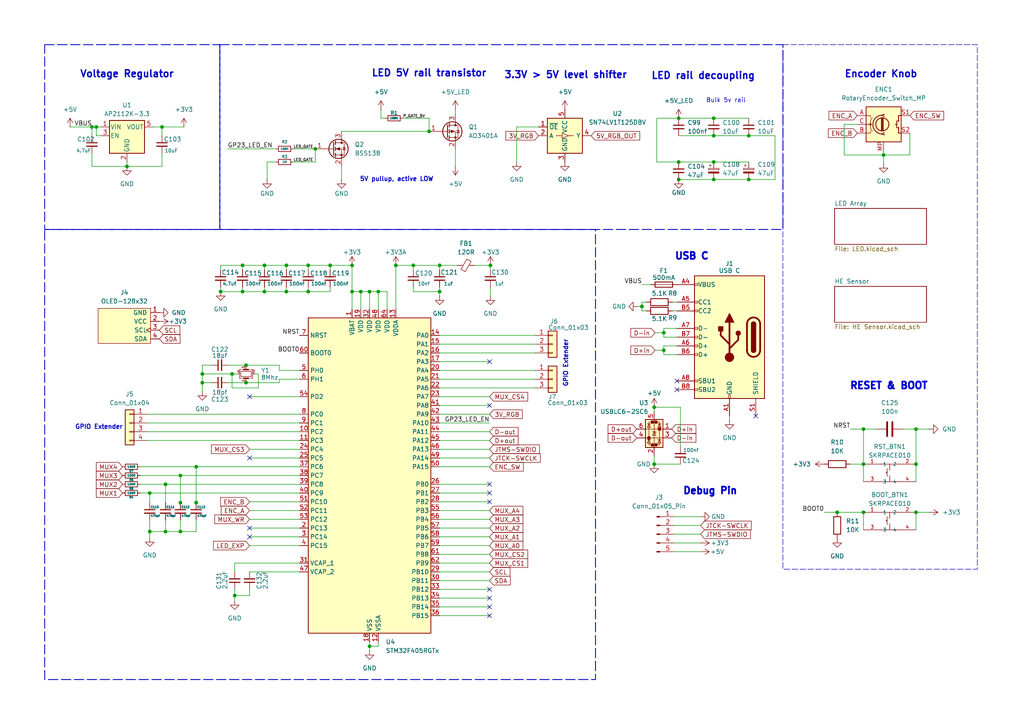
<source format=kicad_sch>
(kicad_sch (version 20250114) (generator "eeschema") (generator_version "9.0")
  (paper "A4")
  (title_block (title "MK98 Keyboard") (date "2026-01-03") (rev "0.1"))
  (rectangle (start 227.076 12.954) (end 283.464 165.1) (stroke (width 0) (type dash)))
  (rectangle (start 12.954 66.548) (end 172.72 197.104) (stroke (width 0.25) (type dash)))
  (rectangle (start 63.754 12.954) (end 227.076 66.548) (stroke (width 0.25) (type dash)))
  (rectangle (start 12.954 12.954) (end 63.754 66.548) (stroke (width 0.25) (type dash)))
  (text "GPIO Extender" (at 28.702 123.952 0) (effects (font (size 1.27 1.27) (thickness 0.254) (bold yes))))
  (text "GPIO Extender" (at 164.084 105.41 90) (effects (font (size 1.27 1.27) (thickness 0.254) (bold yes))))
  (text "LED 5V rail transistor" (at 124.46 21.336 0) (effects (font (size 2 2) (thickness 0.4) (bold yes))))
  (text "Encoder Knob" (at 255.524 21.59 0) (effects (font (size 2 2) (thickness 0.4) (bold yes))))
  (text "LED rail decoupling" (at 203.962 22.098 0) (effects (font (size 2 2) (thickness 0.4) (bold yes))))
  (text "Voltage Regulator" (at 36.83 21.59 0) (effects (font (size 2 2) (thickness 0.4) (bold yes))))
  (text "5V pullup, active LOW" (at 115.062 52.07 0) (effects (font (size 1.27 1.27) (thickness 0.254) (bold yes))))
  (text "Debug Pin" (at 205.994 142.494 0) (effects (font (size 2 2) (thickness 0.6) (bold yes))))
  (text "RESET & BOOT" (at 257.81 112.014 0) (effects (font (size 2 2) (thickness 0.5) (bold yes))))
  (text "Bulk 5v rail" (at 210.566 29.21 0) (effects (font (size 1.27 1.27))))
  (text "3.3V > 5V level shifter" (at 164.084 21.844 0) (effects (font (size 2 2) (thickness 0.4) (bold yes))))
  (text "USB C" (at 200.66 74.422 0) (effects (font (size 2 2) (thickness 0.6) (bold yes))))
  (junction (at 109.728 84.582))
  (junction (at 43.434 154.178))
  (junction (at 189.738 118.11))
  (junction (at 217.17 39.37))
  (junction (at 207.01 46.99))
  (junction (at 250.444 134.62))
  (junction (at 27.94 36.83))
  (junction (at 256.286 44.958))
  (junction (at 58.674 108.458))
  (junction (at 207.01 52.07))
  (junction (at 207.01 34.29))
  (junction (at 46.99 36.83))
  (junction (at 83.058 76.962))
  (junction (at 52.324 145.796))
  (junction (at 192.532 101.6))
  (junction (at 250.444 148.59))
  (junction (at 102.108 84.582))
  (junction (at 242.824 148.59))
  (junction (at 56.896 135.382))
  (junction (at 36.83 48.26))
  (junction (at 89.408 76.962))
  (junction (at 89.408 84.582))
  (junction (at 70.358 76.962))
  (junction (at 192.532 96.52))
  (junction (at 26.67 36.83))
  (junction (at 64.008 84.582))
  (junction (at 52.324 154.178))
  (junction (at 68.072 172.72))
  (junction (at 56.896 145.796))
  (junction (at 142.24 76.962))
  (junction (at 196.85 52.07))
  (junction (at 102.108 76.962))
  (junction (at 265.684 148.59))
  (junction (at 48.006 154.178))
  (junction (at 95.758 76.962))
  (junction (at 43.434 143.002))
  (junction (at 265.684 124.46))
  (junction (at 186.182 88.9))
  (junction (at 124.46 38.1))
  (junction (at 196.85 34.29))
  (junction (at 76.708 76.962))
  (junction (at 119.888 76.962))
  (junction (at 52.324 137.922))
  (junction (at 70.358 84.582))
  (junction (at 107.188 84.582))
  (junction (at 107.188 187.452))
  (junction (at 217.17 52.07))
  (junction (at 104.648 84.582))
  (junction (at 127.508 76.962))
  (junction (at 114.808 76.962))
  (junction (at 207.01 39.37))
  (junction (at 265.684 134.62))
  (junction (at 58.674 110.998))
  (junction (at 91.44 43.18))
  (junction (at 71.374 105.918))
  (junction (at 196.85 46.99))
  (junction (at 48.006 140.462))
  (junction (at 83.058 84.582))
  (junction (at 67.31 108.458))
  (junction (at 71.374 110.998))
  (junction (at 127.508 84.582))
  (junction (at 189.738 134.62))
  (junction (at 250.444 124.46))
  (junction (at 76.708 84.582))
  (no_connect (at 72.39 155.702))
  (no_connect (at 141.986 140.462))
  (no_connect (at 141.986 104.902))
  (no_connect (at 141.986 143.002))
  (no_connect (at 196.342 113.03))
  (no_connect (at 72.39 153.162))
  (no_connect (at 72.39 132.842))
  (no_connect (at 141.986 145.542))
  (no_connect (at 196.342 110.49))
  (no_connect (at 141.986 178.562))
  (no_connect (at 141.986 117.602))
  (no_connect (at 141.986 176.022))
  (no_connect (at 141.986 170.942))
  (no_connect (at 141.986 173.482))
  (no_connect (at 219.202 120.65))
  (no_connect (at 72.39 115.062))
  (wire (pts (xy 196.85 39.37) (xy 207.01 39.37)))
  (wire (pts (xy 89.408 83.312) (xy 89.408 84.582)))
  (wire (pts (xy 83.058 83.312) (xy 83.058 84.582)))
  (wire (pts (xy 119.888 76.962) (xy 119.888 78.232)))
  (wire (pts (xy 58.674 108.458) (xy 67.31 108.458)))
  (wire (pts (xy 127.508 170.942) (xy 141.986 170.942)))
  (wire (pts (xy 250.444 124.46) (xy 254.254 124.46)))
  (wire (pts (xy 189.738 132.08) (xy 189.738 134.62)))
  (wire (pts (xy 68.072 170.942) (xy 68.072 172.72)))
  (wire (pts (xy 127.508 153.162) (xy 141.986 153.162)))
  (wire (pts (xy 244.856 44.958) (xy 256.286 44.958)))
  (wire (pts (xy 26.67 44.45) (xy 26.67 48.26)))
  (wire (pts (xy 197.358 129.54) (xy 197.358 118.11)))
  (wire (pts (xy 58.674 110.998) (xy 61.214 110.998)))
  (wire (pts (xy 127.508 168.402) (xy 141.986 168.402)))
  (wire (pts (xy 46.99 44.45) (xy 46.99 48.26)))
  (wire (pts (xy 64.008 78.232) (xy 64.008 76.962)))
  (wire (pts (xy 58.674 108.458) (xy 58.674 110.998)))
  (wire (pts (xy 40.64 140.462) (xy 48.006 140.462)))
  (wire (pts (xy 42.672 125.222) (xy 86.868 125.222)))
  (wire (pts (xy 127.508 150.622) (xy 141.986 150.622)))
  (wire (pts (xy 119.888 84.582) (xy 119.888 83.312)))
  (wire (pts (xy 72.39 130.302) (xy 86.868 130.302)))
  (wire (pts (xy 187.452 87.63) (xy 186.182 87.63)))
  (wire (pts (xy 42.672 120.142) (xy 86.868 120.142)))
  (wire (pts (xy 192.532 101.6) (xy 192.532 100.33)))
  (wire (pts (xy 265.684 124.46) (xy 269.494 124.46)))
  (wire (pts (xy 246.634 124.46) (xy 250.444 124.46)))
  (wire (pts (xy 89.408 76.962) (xy 95.758 76.962)))
  (wire (pts (xy 48.006 150.876) (xy 48.006 154.178)))
  (wire (pts (xy 265.684 134.62) (xy 265.684 139.7)))
  (wire (pts (xy 76.708 76.962) (xy 76.708 78.232)))
  (wire (pts (xy 188.722 82.55) (xy 186.182 82.55)))
  (wire (pts (xy 52.324 150.876) (xy 52.324 154.178)))
  (wire (pts (xy 124.46 34.29) (xy 124.46 38.1)))
  (wire (pts (xy 192.532 97.79) (xy 192.532 96.52)))
  (wire (pts (xy 109.728 186.182) (xy 109.728 187.452)))
  (wire (pts (xy 132.08 43.18) (xy 132.08 48.26)))
  (wire (pts (xy 242.824 148.59) (xy 250.444 148.59)))
  (wire (pts (xy 127.508 173.482) (xy 141.986 173.482)))
  (wire (pts (xy 127.508 165.862) (xy 141.986 165.862)))
  (wire (pts (xy 196.85 34.29) (xy 207.01 34.29)))
  (wire (pts (xy 127.508 155.702) (xy 141.986 155.702)))
  (wire (pts (xy 29.21 39.37) (xy 27.94 39.37)))
  (wire (pts (xy 127.508 127.762) (xy 141.986 127.762)))
  (wire (pts (xy 64.008 84.582) (xy 70.358 84.582)))
  (wire (pts (xy 190.5 46.99) (xy 196.85 46.99)))
  (wire (pts (xy 42.672 127.762) (xy 86.868 127.762)))
  (wire (pts (xy 137.668 76.962) (xy 142.24 76.962)))
  (wire (pts (xy 46.99 48.26) (xy 36.83 48.26)))
  (wire (pts (xy 196.342 87.63) (xy 195.072 87.63)))
  (wire (pts (xy 107.188 186.182) (xy 107.188 187.452)))
  (wire (pts (xy 26.67 39.37) (xy 26.67 36.83)))
  (wire (pts (xy 20.32 36.83) (xy 26.67 36.83)))
  (wire (pts (xy 265.684 148.59) (xy 265.684 153.67)))
  (wire (pts (xy 196.342 90.17) (xy 195.072 90.17)))
  (wire (pts (xy 76.708 76.962) (xy 83.058 76.962)))
  (wire (pts (xy 127.508 85.852) (xy 127.508 84.582)))
  (wire (pts (xy 263.906 44.958) (xy 263.906 38.608)))
  (wire (pts (xy 95.758 76.962) (xy 95.758 78.232)))
  (wire (pts (xy 48.006 140.462) (xy 48.006 145.796)))
  (wire (pts (xy 74.93 108.458) (xy 73.914 108.458)))
  (wire (pts (xy 256.286 44.958) (xy 256.286 47.498)))
  (wire (pts (xy 27.94 36.83) (xy 29.21 36.83)))
  (wire (pts (xy 40.64 135.382) (xy 56.896 135.382)))
  (wire (pts (xy 127.508 140.462) (xy 141.986 140.462)))
  (wire (pts (xy 48.006 140.462) (xy 86.868 140.462)))
  (wire (pts (xy 190.5 34.29) (xy 190.5 46.99)))
  (wire (pts (xy 112.268 89.662) (xy 112.268 84.582)))
  (wire (pts (xy 83.058 84.582) (xy 89.408 84.582)))
  (wire (pts (xy 127.508 145.542) (xy 141.986 145.542)))
  (wire (pts (xy 109.728 187.452) (xy 107.188 187.452)))
  (wire (pts (xy 224.79 52.07) (xy 224.79 39.37)))
  (wire (pts (xy 43.434 154.178) (xy 43.434 155.956)))
  (wire (pts (xy 56.896 154.178) (xy 52.324 154.178)))
  (wire (pts (xy 250.444 134.62) (xy 250.444 124.46)))
  (wire (pts (xy 64.008 76.962) (xy 70.358 76.962)))
  (wire (pts (xy 83.058 76.962) (xy 83.058 78.232)))
  (wire (pts (xy 244.856 36.068) (xy 248.666 36.068)))
  (wire (pts (xy 109.728 84.582) (xy 109.728 89.662)))
  (wire (pts (xy 48.006 154.178) (xy 52.324 154.178)))
  (wire (pts (xy 250.444 134.62) (xy 250.444 139.7)))
  (wire (pts (xy 70.358 84.582) (xy 76.708 84.582)))
  (wire (pts (xy 127.508 143.002) (xy 141.986 143.002)))
  (wire (pts (xy 195.58 154.94) (xy 203.2 154.94)))
  (wire (pts (xy 196.342 97.79) (xy 192.532 97.79)))
  (wire (pts (xy 72.39 115.062) (xy 86.868 115.062)))
  (wire (pts (xy 217.17 52.07) (xy 224.79 52.07)))
  (wire (pts (xy 256.286 44.958) (xy 263.906 44.958)))
  (wire (pts (xy 107.188 84.582) (xy 104.648 84.582)))
  (wire (pts (xy 127.508 135.382) (xy 141.986 135.382)))
  (wire (pts (xy 195.58 149.86) (xy 203.2 149.86)))
  (wire (pts (xy 127.508 109.982) (xy 155.194 109.982)))
  (wire (pts (xy 104.648 84.582) (xy 102.108 84.582)))
  (wire (pts (xy 81.026 107.442) (xy 86.868 107.442)))
  (wire (pts (xy 81.026 109.982) (xy 81.026 110.998)))
  (wire (pts (xy 265.684 134.62) (xy 265.684 124.46)))
  (wire (pts (xy 74.93 112.522) (xy 74.93 108.458)))
  (wire (pts (xy 192.532 100.33) (xy 196.342 100.33)))
  (wire (pts (xy 43.434 143.002) (xy 86.868 143.002)))
  (wire (pts (xy 189.992 101.6) (xy 192.532 101.6)))
  (wire (pts (xy 89.408 76.962) (xy 89.408 78.232)))
  (wire (pts (xy 81.026 109.982) (xy 86.868 109.982)))
  (wire (pts (xy 89.408 84.582) (xy 95.758 84.582)))
  (wire (pts (xy 71.374 110.998) (xy 81.026 110.998)))
  (wire (pts (xy 68.072 165.862) (xy 68.072 163.322)))
  (wire (pts (xy 184.912 88.9) (xy 186.182 88.9)))
  (wire (pts (xy 149.86 36.83) (xy 156.21 36.83)))
  (wire (pts (xy 56.896 135.382) (xy 86.868 135.382)))
  (wire (pts (xy 72.39 158.242) (xy 86.868 158.242)))
  (wire (pts (xy 107.188 187.452) (xy 107.188 188.722)))
  (wire (pts (xy 189.992 96.52) (xy 192.532 96.52)))
  (wire (pts (xy 109.728 84.582) (xy 107.188 84.582)))
  (wire (pts (xy 56.896 145.796) (xy 56.896 146.05)))
  (wire (pts (xy 110.49 34.29) (xy 110.49 31.75)))
  (wire (pts (xy 119.888 84.582) (xy 127.508 84.582)))
  (wire (pts (xy 42.672 122.682) (xy 86.868 122.682)))
  (wire (pts (xy 43.434 143.002) (xy 43.434 145.796)))
  (wire (pts (xy 265.684 148.59) (xy 269.494 148.59)))
  (wire (pts (xy 192.532 96.52) (xy 192.532 95.25)))
  (wire (pts (xy 46.99 39.37) (xy 46.99 36.83)))
  (wire (pts (xy 127.508 160.782) (xy 141.986 160.782)))
  (wire (pts (xy 196.85 46.99) (xy 207.01 46.99)))
  (wire (pts (xy 77.47 46.99) (xy 80.01 46.99)))
  (wire (pts (xy 67.31 108.458) (xy 68.834 108.458)))
  (wire (pts (xy 127.508 117.602) (xy 141.986 117.602)))
  (wire (pts (xy 246.634 134.62) (xy 250.444 134.62)))
  (wire (pts (xy 91.44 43.18) (xy 91.44 46.99)))
  (wire (pts (xy 192.532 95.25) (xy 196.342 95.25)))
  (wire (pts (xy 46.99 36.83) (xy 53.34 36.83)))
  (wire (pts (xy 127.508 76.962) (xy 127.508 78.232)))
  (wire (pts (xy 72.39 148.082) (xy 86.868 148.082)))
  (wire (pts (xy 189.738 118.11) (xy 189.738 119.38)))
  (wire (pts (xy 127.508 130.302) (xy 141.986 130.302)))
  (wire (pts (xy 58.674 110.998) (xy 58.674 113.538)))
  (wire (pts (xy 70.358 83.312) (xy 70.358 84.582)))
  (wire (pts (xy 95.758 76.962) (xy 102.108 76.962)))
  (wire (pts (xy 81.026 107.442) (xy 81.026 105.918)))
  (wire (pts (xy 207.01 46.99) (xy 217.17 46.99)))
  (wire (pts (xy 102.108 76.962) (xy 102.108 84.582)))
  (wire (pts (xy 127.508 107.442) (xy 155.194 107.442)))
  (wire (pts (xy 43.434 150.876) (xy 43.434 154.178)))
  (wire (pts (xy 76.708 83.312) (xy 76.708 84.582)))
  (wire (pts (xy 52.324 137.922) (xy 52.324 145.796)))
  (wire (pts (xy 70.358 76.962) (xy 76.708 76.962)))
  (wire (pts (xy 186.182 88.9) (xy 186.182 90.17)))
  (wire (pts (xy 127.508 97.282) (xy 155.194 97.282)))
  (wire (pts (xy 149.86 46.99) (xy 149.86 36.83)))
  (wire (pts (xy 114.808 76.962) (xy 119.888 76.962)))
  (wire (pts (xy 61.214 105.918) (xy 58.674 105.918)))
  (wire (pts (xy 127.508 163.322) (xy 141.986 163.322)))
  (wire (pts (xy 186.182 90.17) (xy 187.452 90.17)))
  (wire (pts (xy 66.294 110.998) (xy 71.374 110.998)))
  (wire (pts (xy 207.01 39.37) (xy 217.17 39.37)))
  (wire (pts (xy 196.342 102.87) (xy 192.532 102.87)))
  (wire (pts (xy 127.508 125.222) (xy 141.986 125.222)))
  (wire (pts (xy 127.508 115.062) (xy 141.986 115.062)))
  (wire (pts (xy 72.39 150.622) (xy 86.868 150.622)))
  (wire (pts (xy 58.674 105.918) (xy 58.674 108.458)))
  (wire (pts (xy 83.058 76.962) (xy 89.408 76.962)))
  (wire (pts (xy 66.294 105.918) (xy 71.374 105.918)))
  (wire (pts (xy 95.758 84.582) (xy 95.758 83.312)))
  (wire (pts (xy 27.94 39.37) (xy 27.94 36.83)))
  (wire (pts (xy 99.06 38.1) (xy 124.46 38.1)))
  (wire (pts (xy 207.01 52.07) (xy 217.17 52.07)))
  (wire (pts (xy 112.268 84.582) (xy 109.728 84.582)))
  (wire (pts (xy 195.58 152.4) (xy 203.2 152.4)))
  (wire (pts (xy 71.374 105.918) (xy 81.026 105.918)))
  (wire (pts (xy 116.84 34.29) (xy 124.46 34.29)))
  (wire (pts (xy 195.58 157.48) (xy 203.2 157.48)))
  (wire (pts (xy 197.358 118.11) (xy 189.738 118.11)))
  (wire (pts (xy 256.286 43.688) (xy 256.286 44.958)))
  (wire (pts (xy 224.79 39.37) (xy 217.17 39.37)))
  (wire (pts (xy 127.508 112.522) (xy 155.194 112.522)))
  (wire (pts (xy 72.39 172.72) (xy 68.072 172.72)))
  (wire (pts (xy 68.072 172.72) (xy 68.072 174.244)))
  (wire (pts (xy 142.24 83.312) (xy 142.24 85.852)))
  (wire (pts (xy 142.24 76.962) (xy 142.24 78.232)))
  (wire (pts (xy 26.67 48.26) (xy 36.83 48.26)))
  (wire (pts (xy 66.04 43.18) (xy 80.01 43.18)))
  (wire (pts (xy 250.444 148.59) (xy 250.444 153.67)))
  (wire (pts (xy 40.64 137.922) (xy 52.324 137.922)))
  (wire (pts (xy 52.324 137.922) (xy 86.868 137.922)))
  (wire (pts (xy 36.83 46.99) (xy 36.83 48.26)))
  (wire (pts (xy 127.508 122.682) (xy 141.986 122.682)))
  (wire (pts (xy 114.808 89.662) (xy 114.808 76.962)))
  (wire (pts (xy 127.508 84.582) (xy 127.508 83.312)))
  (wire (pts (xy 239.014 148.59) (xy 242.824 148.59)))
  (wire (pts (xy 56.896 135.382) (xy 56.896 145.796)))
  (wire (pts (xy 127.508 76.962) (xy 132.588 76.962)))
  (wire (pts (xy 64.008 83.312) (xy 64.008 84.582)))
  (wire (pts (xy 85.09 43.18) (xy 91.44 43.18)))
  (wire (pts (xy 127.508 148.082) (xy 141.986 148.082)))
  (wire (pts (xy 244.856 44.958) (xy 244.856 36.068)))
  (wire (pts (xy 127.508 120.142) (xy 141.986 120.142)))
  (wire (pts (xy 26.67 36.83) (xy 27.94 36.83)))
  (wire (pts (xy 127.508 104.902) (xy 141.986 104.902)))
  (wire (pts (xy 40.64 143.002) (xy 43.434 143.002)))
  (wire (pts (xy 265.684 124.46) (xy 261.874 124.46)))
  (wire (pts (xy 104.648 84.582) (xy 104.648 89.662)))
  (wire (pts (xy 127.508 178.562) (xy 141.986 178.562)))
  (wire (pts (xy 207.01 34.29) (xy 217.17 34.29)))
  (wire (pts (xy 110.49 34.29) (xy 111.76 34.29)))
  (wire (pts (xy 196.85 52.07) (xy 207.01 52.07)))
  (wire (pts (xy 72.39 132.842) (xy 86.868 132.842)))
  (wire (pts (xy 127.508 99.822) (xy 155.194 99.822)))
  (wire (pts (xy 85.09 46.99) (xy 91.44 46.99)))
  (wire (pts (xy 72.39 155.702) (xy 86.868 155.702)))
  (wire (pts (xy 119.888 76.962) (xy 127.508 76.962)))
  (wire (pts (xy 196.85 34.29) (xy 190.5 34.29)))
  (wire (pts (xy 127.508 176.022) (xy 141.986 176.022)))
  (wire (pts (xy 186.182 87.63) (xy 186.182 88.9)))
  (wire (pts (xy 99.06 48.26) (xy 99.06 52.07)))
  (wire (pts (xy 107.188 89.662) (xy 107.188 84.582)))
  (wire (pts (xy 76.708 84.582) (xy 83.058 84.582)))
  (wire (pts (xy 70.358 76.962) (xy 70.358 78.232)))
  (wire (pts (xy 72.39 145.542) (xy 86.868 145.542)))
  (wire (pts (xy 44.45 36.83) (xy 46.99 36.83)))
  (wire (pts (xy 127.508 102.362) (xy 155.194 102.362)))
  (wire (pts (xy 43.434 154.178) (xy 48.006 154.178)))
  (wire (pts (xy 72.39 165.862) (xy 86.868 165.862)))
  (wire (pts (xy 72.39 170.942) (xy 72.39 172.72)))
  (wire (pts (xy 102.108 84.582) (xy 102.108 89.662)))
  (wire (pts (xy 192.532 102.87) (xy 192.532 101.6)))
  (wire (pts (xy 127.508 158.242) (xy 141.986 158.242)))
  (wire (pts (xy 72.39 153.162) (xy 86.868 153.162)))
  (wire (pts (xy 68.072 163.322) (xy 86.868 163.322)))
  (wire (pts (xy 52.324 145.796) (xy 52.324 146.05)))
  (wire (pts (xy 195.58 160.02) (xy 203.2 160.02)))
  (wire (pts (xy 132.08 31.75) (xy 132.08 33.02)))
  (wire (pts (xy 67.31 112.522) (xy 74.93 112.522)))
  (wire (pts (xy 77.47 46.99) (xy 77.47 52.07)))
  (wire (pts (xy 67.31 108.458) (xy 67.31 112.522)))
  (wire (pts (xy 56.896 150.876) (xy 56.896 154.178)))
  (wire (pts (xy 211.582 120.65) (xy 211.582 121.92)))
  (wire (pts (xy 197.358 134.62) (xy 189.738 134.62)))
  (wire (pts (xy 127.508 132.842) (xy 141.986 132.842)))
  (label "LED_GATE" (at 85.09 46.99 0) (effects (font (size 0.8 0.8))))
  (label "GP23_LED_EN" (at 66.04 43.18 0))
  (label "VBUS" (at 21.59 36.83 0))
  (label "VBUS" (at 186.182 82.55 180))
  (label "BOOT0" (at 239.014 148.59 180))
  (label "P_GATE_5V" (at 116.84 34.29 0) (effects (font (size 0.8 0.8))))
  (label "BOOT0" (at 86.868 102.362 180))
  (label "GP23_LED_EN" (at 141.986 122.682 180))
  (label "LED_GATE" (at 85.09 43.18 0) (effects (font (size 0.8 0.8))))
  (label "NRST" (at 246.634 124.46 180))
  (label "NRST" (at 86.868 97.282 180))
  (global_label "MUX3" (shape input) (at 35.56 137.922 180) (property "Intersheetrefs" "${INTERSHEET_REFS}" (effects (hide yes))))
  (global_label "D+out" (shape input) (at 184.658 124.46 180) (property "Intersheetrefs" "${INTERSHEET_REFS}" (effects (hide yes))))
  (global_label "D-in" (shape input) (at 194.818 127 0) (property "Intersheetrefs" "${INTERSHEET_REFS}" (effects (hide yes))))
  (global_label "D+out" (shape input) (at 141.986 127.762 0) (property "Intersheetrefs" "${INTERSHEET_REFS}" (effects (hide yes))))
  (global_label "MUX_A1" (shape input) (at 141.986 155.702 0) (property "Intersheetrefs" "${INTERSHEET_REFS}" (effects (hide yes))))
  (global_label "D-in" (shape input) (at 189.992 96.52 180) (property "Intersheetrefs" "${INTERSHEET_REFS}" (effects (hide yes))))
  (global_label "D-out" (shape input) (at 141.986 125.222 0) (property "Intersheetrefs" "${INTERSHEET_REFS}" (effects (hide yes))))
  (global_label "SDA" (shape input) (at 141.986 168.402 0) (property "Intersheetrefs" "${INTERSHEET_REFS}" (effects (hide yes))))
  (global_label "ENC_SW" (shape input) (at 141.986 135.382 0) (property "Intersheetrefs" "${INTERSHEET_REFS}" (effects (hide yes))))
  (global_label "MUX_CS3" (shape input) (at 72.39 130.302 180) (property "Intersheetrefs" "${INTERSHEET_REFS}" (effects (hide yes))))
  (global_label "MUX_CS2" (shape input) (at 141.986 160.782 0) (property "Intersheetrefs" "${INTERSHEET_REFS}" (effects (hide yes))))
  (global_label "MUX_A2" (shape input) (at 141.986 153.162 0) (property "Intersheetrefs" "${INTERSHEET_REFS}" (effects (hide yes))))
  (global_label "JTCK-SWCLK" (shape input) (at 141.986 132.842 0) (property "Intersheetrefs" "${INTERSHEET_REFS}" (effects (hide yes))))
  (global_label "ENC_A" (shape input) (at 248.666 33.528 180) (property "Intersheetrefs" "${INTERSHEET_REFS}" (effects (hide yes))))
  (global_label "MUX_WR" (shape input) (at 72.39 150.622 180) (property "Intersheetrefs" "${INTERSHEET_REFS}" (effects (hide yes))))
  (global_label "D-out" (shape input) (at 184.658 127 180) (property "Intersheetrefs" "${INTERSHEET_REFS}" (effects (hide yes))))
  (global_label "MUX2" (shape input) (at 35.56 140.462 180) (property "Intersheetrefs" "${INTERSHEET_REFS}" (effects (hide yes))))
  (global_label "JTMS-SWDIO" (shape input) (at 203.2 154.94 0) (property "Intersheetrefs" "${INTERSHEET_REFS}" (effects (hide yes))))
  (global_label "ENC_SW" (shape input) (at 263.906 33.528 0) (property "Intersheetrefs" "${INTERSHEET_REFS}" (effects (hide yes))))
  (global_label "ENC_B" (shape input) (at 248.666 38.608 180) (property "Intersheetrefs" "${INTERSHEET_REFS}" (effects (hide yes))))
  (global_label "3V_RGB" (shape input) (at 156.21 39.37 180) (property "Intersheetrefs" "${INTERSHEET_REFS}" (effects (hide yes))))
  (global_label "SDA" (shape input) (at 46.228 98.298 0) (property "Intersheetrefs" "${INTERSHEET_REFS}" (effects (hide yes))))
  (global_label "MUX_A4" (shape input) (at 141.986 148.082 0) (property "Intersheetrefs" "${INTERSHEET_REFS}" (effects (hide yes))))
  (global_label "MUX4" (shape input) (at 35.56 135.382 180) (property "Intersheetrefs" "${INTERSHEET_REFS}" (effects (hide yes))))
  (global_label "SCL" (shape input) (at 141.986 165.862 0) (property "Intersheetrefs" "${INTERSHEET_REFS}" (effects (hide yes))))
  (global_label "ENC_A" (shape input) (at 72.39 148.082 180) (property "Intersheetrefs" "${INTERSHEET_REFS}" (effects (hide yes))))
  (global_label "3V_RGB" (shape input) (at 141.986 120.142 0) (property "Intersheetrefs" "${INTERSHEET_REFS}" (effects (hide yes))))
  (global_label "MUX_A0" (shape input) (at 141.986 158.242 0) (property "Intersheetrefs" "${INTERSHEET_REFS}" (effects (hide yes))))
  (global_label "MUX_CS1" (shape input) (at 141.986 163.322 0) (property "Intersheetrefs" "${INTERSHEET_REFS}" (effects (hide yes))))
  (global_label "MUX_A3" (shape input) (at 141.986 150.622 0) (property "Intersheetrefs" "${INTERSHEET_REFS}" (effects (hide yes))))
  (global_label "JTCK-SWCLK" (shape input) (at 203.2 152.4 0) (property "Intersheetrefs" "${INTERSHEET_REFS}" (effects (hide yes))))
  (global_label "MUX_CS4" (shape input) (at 141.986 115.062 0) (property "Intersheetrefs" "${INTERSHEET_REFS}" (effects (hide yes))))
  (global_label "LED_EXP" (shape input) (at 72.39 158.242 180) (property "Intersheetrefs" "${INTERSHEET_REFS}" (effects (hide yes))))
  (global_label "5V_RGB_OUT" (shape input) (at 171.45 39.37 0) (property "Intersheetrefs" "${INTERSHEET_REFS}" (effects (hide yes))))
  (global_label "JTMS-SWDIO" (shape input) (at 141.986 130.302 0) (property "Intersheetrefs" "${INTERSHEET_REFS}" (effects (hide yes))))
  (global_label "MUX1" (shape input) (at 35.56 143.002 180) (property "Intersheetrefs" "${INTERSHEET_REFS}" (effects (hide yes))))
  (global_label "D+in" (shape input) (at 194.818 124.46 0) (property "Intersheetrefs" "${INTERSHEET_REFS}" (effects (hide yes))))
  (global_label "ENC_B" (shape input) (at 72.39 145.542 180) (property "Intersheetrefs" "${INTERSHEET_REFS}" (effects (hide yes))))
  (global_label "D+in" (shape input) (at 189.992 101.6 180) (property "Intersheetrefs" "${INTERSHEET_REFS}" (effects (hide yes))))
  (global_label "SCL" (shape input) (at 46.228 95.758 0) (property "Intersheetrefs" "${INTERSHEET_REFS}" (effects (hide yes))))
  (symbol (lib_id "power:+5V") (at 132.08 48.26 180) (unit 1)
    (property "Reference" "#PWR0237" (effects (hide yes)))
    (property "Value" "+5V" (at 132.08 53.34 0))
    (property "Description" "Power symbol creates a global label with name \"+5V\"" (effects (hide yes)))
  )
  (symbol (lib_id "power:VCC") (at 189.738 118.11 0) (mirror y) (unit 1)
    (property "Reference" "#PWR0245" (effects (hide yes)))
    (property "Value" "+5V" (at 189.738 114.046 0))
    (property "Description" "Power symbol creates a global label with name \"VCC\"" (effects (hide yes)))
  )
  (symbol (lib_id "power:+3V3") (at 203.2 157.48 270) (unit 1)
    (property "Reference" "#PWR05" (effects (hide yes)))
    (property "Value" "+3V3" (at 208.788 157.48 90))
    (property "Description" "Power symbol creates a global label with name \"+3V3\"" (effects (hide yes)))
  )
  (symbol (lib_id "power:GND") (at 242.824 156.21 0) (unit 1)
    (property "Reference" "#PWR0224" (effects (hide yes)))
    (property "Value" "GND" (at 242.824 161.29 0))
    (property "Description" "Power symbol creates a global label with name \"GND\" , ground" (effects (hide yes)))
  )
  (symbol (lib_id "power:GND") (at 43.434 155.956 0) (unit 1)
    (property "Reference" "#PWR08" (effects (hide yes)))
    (property "Value" "GND" (at 43.434 161.036 0))
    (property "Description" "Power symbol creates a global label with name \"GND\" , ground" (effects (hide yes)))
  )
  (symbol (lib_id "Regulator_Linear:AP2112K-3.3") (at 36.83 39.37 0) (unit 1)
    (property "Reference" "U1" (at 36.83 30.48 0))
    (property "Value" "AP2112K-3.3" (at 36.83 33.02 0))
    (property "Footprint" "Package_TO_SOT_SMD:SOT-23-5" (effects (hide yes)))
    (property "Datasheet" "https://www.diodes.com/assets/Datasheets/AP2112.pdf" (effects (hide yes)))
    (property "Description" "600mA low dropout linear regulator, with enable pin, 3.8V-6V input voltage range, 3.3V fixed positive output, SOT-23-5" (effects (hide yes)))
    (property "LCSC" "C23380830" (effects (hide yes)))
  )
  (symbol (lib_id "Device:C_Small") (at 64.008 80.772 0) (unit 1)
    (property "Reference" "C114" (at 66.802 78.994 0))
    (property "Value" "4.7uf" (at 66.548 82.296 0) (effects (font (size 1 1))))
    (property "Footprint" "Capacitor_SMD:C_0603_1608Metric" (effects (hide yes)))
    (property "Description" "Unpolarized capacitor, small symbol" (effects (hide yes)))
    (property "LCSC" "C14663" (effects (hide yes)))
  )
  (symbol (lib_id "Device:R_Small") (at 82.55 46.99 90) (unit 1)
    (property "Reference" "R3" (at 82.55 45.466 90) (effects (font (size 0.8 0.8))))
    (property "Value" "1M" (at 82.55 46.99 90) (effects (font (size 0.6 0.6))))
    (property "Footprint" "Resistor_SMD:R_0603_1608Metric" (effects (hide yes)))
    (property "Description" "Resistor, small symbol" (effects (hide yes)))
  )
  (symbol (lib_id "Device:C_Small") (at 43.434 148.336 0) (unit 1)
    (property "Reference" "C110" (at 43.688 147.066 0) (effects (font (size 0.6 0.6)) (justify left)))
    (property "Value" "470pf" (at 43.688 149.606 0) (effects (font (size 0.6 0.6)) (justify left)))
    (property "Footprint" "Capacitor_SMD:C_0603_1608Metric" (effects (hide yes)))
    (property "Description" "Unpolarized capacitor, small symbol" (effects (hide yes)))
    (property "LCSC" "C85979" (effects (hide yes)))
  )
  (symbol (lib_id "power:+3V3") (at 114.808 76.962 0) (unit 1)
    (property "Reference" "#PWR0253" (effects (hide yes)))
    (property "Value" "+3V3A" (at 111.506 73.152 0) (effects (justify left)))
    (property "Description" "Power symbol creates a global label with name \"+3V3\"" (effects (hide yes)))
  )
  (symbol (lib_id "power:GND") (at 68.072 174.244 0) (unit 1)
    (property "Reference" "#PWR07" (effects (hide yes)))
    (property "Value" "GND" (at 68.072 179.324 0))
    (property "Description" "Power symbol creates a global label with name \"GND\" , ground" (effects (hide yes)))
  )
  (symbol (lib_id "Device:C_Small") (at 217.17 36.83 0) (unit 1)
    (property "Reference" "C101" (at 219.71 35.5662 0) (effects (justify left)))
    (property "Value" "10uF" (at 219.71 38.1062 0) (effects (justify left)))
    (property "Footprint" "Capacitor_SMD:C_0603_1608Metric" (effects (hide yes)))
    (property "Description" "Unpolarized capacitor, small symbol" (effects (hide yes)))
    (property "LCSC" "C19702" (effects (hide yes)))
  )
  (symbol (lib_id "Connector:USB_C_Receptacle_USB2.0_16P") (at 211.582 97.79 0) (mirror y) (unit 1)
    (property "Reference" "J1" (at 211.582 76.454 0))
    (property "Value" "USB C" (at 211.582 78.486 0))
    (property "Footprint" "Connector_USB:USB_C_Receptacle_HRO_TYPE-C-31-M-12" (effects (hide yes)))
    (property "Datasheet" "https://www.usb.org/sites/default/files/documents/usb_type-c.zip" (effects (hide yes)))
    (property "Description" "USB 2.0-only 16P Type-C Receptacle connector" (effects (hide yes)))
    (property "LCSC" "C2765186" (effects (hide yes)))
  )
  (symbol (lib_id "power:+5V") (at 203.2 160.02 270) (unit 1)
    (property "Reference" "#PWR09" (effects (hide yes)))
    (property "Value" "+5V" (at 205.994 160.02 90) (effects (justify left)))
    (property "Description" "Power symbol creates a global label with name \"+5V\"" (effects (hide yes)))
  )
  (symbol (lib_id "power:+3V3") (at 53.34 36.83 0) (unit 1)
    (property "Reference" "#PWR0250" (effects (hide yes)))
    (property "Value" "+3V3" (at 53.34 31.75 0))
    (property "Description" "Power symbol creates a global label with name \"+3V3\"" (effects (hide yes)))
  )
  (symbol (lib_id "Device:R_Small") (at 38.1 135.382 270) (unit 1)
    (property "Reference" "R7" (at 38.1 136.652 90) (effects (font (size 0.6 0.6))))
    (property "Value" "100R" (at 38.1 135.382 90) (effects (font (size 0.6 0.6))))
    (property "Footprint" "Resistor_SMD:R_0603_1608Metric" (effects (hide yes)))
    (property "Description" "Resistor, small symbol" (effects (hide yes)))
    (property "LCSC" "C22775" (effects (hide yes)))
  )
  (symbol (lib_id "power:GND") (at 189.738 134.62 0) (mirror y) (unit 1)
    (property "Reference" "#PWR0243" (effects (hide yes)))
    (property "Value" "GND" (at 186.69 134.62 0))
    (property "Description" "Power symbol creates a global label with name \"GND\" , ground" (effects (hide yes)))
  )
  (symbol (lib_id "Device:C_Small") (at 196.85 49.53 0) (unit 1)
    (property "Reference" "C104" (at 199.39 48.2662 0) (effects (justify left)))
    (property "Value" "47uF" (at 199.39 50.8062 0) (effects (justify left)))
    (property "Footprint" "Capacitor_SMD:C_0603_1608Metric" (effects (hide yes)))
    (property "Description" "Unpolarized capacitor, small symbol" (effects (hide yes)))
    (property "LCSC" "C140782" (effects (hide yes)))
  )
  (symbol (lib_id "Device:RotaryEncoder_Switch_MP") (at 256.286 36.068 0) (unit 1) (in_bom no)
    (property "Reference" "ENC1" (at 256.286 25.908 0))
    (property "Value" "RotaryEncoder_Switch_MP" (at 256.286 28.448 0))
    (property "Footprint" "Rotary_Encoder:RotaryEncoder_Alps_EC11E-Switch_Vertical_H20mm_CircularMountingHoles" (effects (hide yes)))
    (property "Description" "Rotary encoder, dual channel, incremental quadrate outputs, with switch and MP Pin" (effects (hide yes)))
  )
  (symbol (lib_id "Device:FerriteBead_Small") (at 135.128 76.962 270) (unit 1)
    (property "Reference" "FB1" (at 135.1661 70.612 90))
    (property "Value" "120R" (at 135.1661 73.152 90))
    (property "Footprint" "Resistor_SMD:R_0603_1608Metric" (effects (hide yes)))
    (property "Description" "Ferrite bead, small symbol" (effects (hide yes)))
    (property "LCSC" "C14709" (effects (hide yes)))
  )
  (symbol (lib_id "Device:R") (at 191.262 87.63 270) (mirror x) (unit 1)
    (property "Reference" "R8" (at 195.072 85.09 90))
    (property "Value" "5.1K" (at 191.262 85.09 90))
    (property "Footprint" "Resistor_SMD:R_0402_1005Metric_Pad0.72x0.64mm_HandSolder" (effects (hide yes)))
    (property "Description" "Resistor" (effects (hide yes)))
  )
  (symbol (lib_id "power:GND") (at 127.508 85.852 0) (unit 1)
    (property "Reference" "#PWR0467" (effects (hide yes)))
    (property "Value" "GND" (at 127.508 90.932 0))
    (property "Description" "Power symbol creates a global label with name \"GND\" , ground" (effects (hide yes)))
  )
  (symbol (lib_id "JLCPCB:SKRPACE010") (at 258.064 135.89 0) (unit 1)
    (property "Reference" "RST_BTN1" (at 258.064 129.54 0))
    (property "Value" "SKRPACE010" (at 258.064 132.08 0))
    (property "Footprint" "JCLPCB:KEY-SMD_4P-L4.2-W3.2-P2.20-LS4.6" (effects (hide yes)))
    (property "Datasheet" "https://item.szlcsc.com/157210.html" (effects (hide yes)))
    (property "LCSC" "C139797" (effects (hide yes)))
  )
  (symbol (lib_id "power:GND") (at 203.2 149.86 90) (unit 1)
    (property "Reference" "#PWR06" (effects (hide yes)))
    (property "Value" "GND" (at 206.248 149.86 90) (effects (justify right)))
    (property "Description" "Power symbol creates a global label with name \"GND\" , ground" (effects (hide yes)))
  )
  (symbol (lib_id "power:GND") (at 107.188 188.722 0) (unit 1)
    (property "Reference" "#PWR0468" (effects (hide yes)))
    (property "Value" "GND" (at 107.188 193.802 0))
    (property "Description" "Power symbol creates a global label with name \"GND\" , ground" (effects (hide yes)))
  )
  (symbol (lib_id "Device:C") (at 258.064 124.46 90) (unit 1)
    (property "Reference" "C125" (at 258.064 116.84 90))
    (property "Value" "100n" (at 258.064 119.38 90))
    (property "Footprint" "Capacitor_SMD:C_0603_1608Metric" (effects (hide yes)))
    (property "Description" "Unpolarized capacitor" (effects (hide yes)))
  )
  (symbol (lib_id "Device:R") (at 242.824 152.4 180) (unit 1)
    (property "Reference" "R11" (at 245.364 151.1299 0) (effects (justify right)))
    (property "Value" "10K" (at 245.364 153.6699 0) (effects (justify right)))
    (property "Footprint" "Resistor_SMD:R_0402_1005Metric_Pad0.72x0.64mm_HandSolder" (effects (hide yes)))
    (property "Description" "Resistor" (effects (hide yes)))
  )
  (symbol (lib_id "Logic_LevelTranslator:SN74LV1T125DBV") (at 163.83 39.37 0) (unit 1)
    (property "Reference" "U2" (at 179.07 32.9498 0))
    (property "Value" "SN74LV1T125DBV" (at 179.07 35.4898 0))
    (property "Footprint" "Package_TO_SOT_SMD:SOT-23-5" (effects (hide yes)))
    (property "Datasheet" "https://www.ti.com/lit/ds/symlink/sn74lv1t125.pdf" (effects (hide yes)))
    (property "Description" "Single Power Supply, Single Buffer Gate with 3-State Output, CMOS Logic Level Shifter Level Shifter, SOT-23-5" (effects (hide yes)))
    (property "LCSC" "C473338" (effects (hide yes)))
  )
  (symbol (lib_id "JLCPCB:SKRPACE010") (at 258.064 149.86 0) (unit 1)
    (property "Reference" "BOOT_BTN1" (at 258.064 143.51 0))
    (property "Value" "SKRPACE010" (at 258.064 146.05 0))
    (property "Footprint" "JCLPCB:KEY-SMD_4P-L4.2-W3.2-P2.20-LS4.6" (effects (hide yes)))
    (property "Datasheet" "https://item.szlcsc.com/157210.html" (effects (hide yes)))
    (property "LCSC" "C139797" (effects (hide yes)))
  )
  (symbol (lib_id "power:+5V") (at 110.49 31.75 0) (unit 1)
    (property "Reference" "#PWR0465" (effects (hide yes)))
    (property "Value" "+5V" (at 110.49 26.67 0))
    (property "Description" "Power symbol creates a global label with name \"+5V\"" (effects (hide yes)))
  )
  (symbol (lib_id "Device:R_Small") (at 38.1 140.462 270) (unit 1)
    (property "Reference" "R5" (at 38.1 141.732 90) (effects (font (size 0.6 0.6))))
    (property "Value" "100R" (at 38.1 140.462 90) (effects (font (size 0.6 0.6))))
    (property "Footprint" "Resistor_SMD:R_0603_1608Metric" (effects (hide yes)))
    (property "Description" "Resistor, small symbol" (effects (hide yes)))
    (property "LCSC" "C22775" (effects (hide yes)))
  )
  (symbol (lib_id "Device:C_Small") (at 196.85 36.83 0) (unit 1)
    (property "Reference" "C99" (at 199.39 35.5662 0) (effects (justify left)))
    (property "Value" "100nf" (at 199.39 38.1062 0) (effects (justify left)))
    (property "Footprint" "Capacitor_SMD:C_0603_1608Metric" (effects (hide yes)))
    (property "Description" "Unpolarized capacitor, small symbol" (effects (hide yes)))
    (property "LCCSC" "C14663" (effects (hide yes)))
  )
  (symbol (lib_id "Mars_Library:R_0603") (at 82.55 43.18 90) (unit 1)
    (property "Reference" "R2" (at 82.55 41.148 90) (effects (font (size 0.8 0.8))))
    (property "Value" "100K" (at 82.55 43.18 90) (effects (font (size 0.6 0.6))))
    (property "Footprint" "Resistor_SMD:R_0603_1608Metric" (effects (hide yes)))
    (property "Description" "Resistor, small symbol" (effects (hide yes)))
  )
  (symbol (lib_id "Device:C_Small") (at 95.758 80.772 0) (unit 1)
    (property "Reference" "C119" (at 98.806 79.248 0))
    (property "Value" "100nf" (at 98.806 82.296 0) (effects (font (size 1 1))))
    (property "Footprint" "Capacitor_SMD:C_0603_1608Metric" (effects (hide yes)))
    (property "Description" "Unpolarized capacitor, small symbol" (effects (hide yes)))
    (property "LCSC" "C14663" (effects (hide yes)))
  )
  (symbol (lib_id "Connector_Generic:Conn_01x03") (at 160.274 99.822 0) (unit 1)
    (property "Reference" "J6" (at 159.512 93.218 0) (effects (justify left)))
    (property "Value" "Conn_01x03" (at 159.004 94.996 0) (effects (justify left)))
    (property "Footprint" "Connector_JST:JST_SH_SM03B-SRSS-TB_1x03-1MP_P1.00mm_Horizontal" (effects (hide yes)))
    (property "Description" "Generic connector, single row, 01x03, script generated (kicad-library-utils/schlib/autogen/connector/)" (effects (hide yes)))
  )
  (symbol (lib_id "Device:C_Small") (at 26.67 41.91 0) (unit 1)
    (property "Reference" "C102" (at 22.352 40.386 0) (effects (justify left)))
    (property "Value" "4.7uF" (at 22.098 43.688 0) (effects (font (size 1 1)) (justify left)))
    (property "Footprint" "Capacitor_SMD:C_0603_1608Metric" (effects (hide yes)))
    (property "Description" "Unpolarized capacitor, small symbol" (effects (hide yes)))
    (property "LCSCC" "C14663" (effects (hide yes)))
  )
  (symbol (lib_id "Device:C_Small") (at 83.058 80.772 0) (unit 1)
    (property "Reference" "C117" (at 86.106 79.248 0))
    (property "Value" "100nf" (at 86.106 82.296 0) (effects (font (size 1 1))))
    (property "Footprint" "Capacitor_SMD:C_0603_1608Metric" (effects (hide yes)))
    (property "Description" "Unpolarized capacitor, small symbol" (effects (hide yes)))
    (property "LCSC" "C14663" (effects (hide yes)))
  )
  (symbol (lib_id "Device:R_Small") (at 38.1 137.922 270) (unit 1)
    (property "Reference" "R6" (at 38.1 139.192 90) (effects (font (size 0.6 0.6))))
    (property "Value" "100R" (at 38.1 137.922 90) (effects (font (size 0.6 0.6))))
    (property "Footprint" "Resistor_SMD:R_0603_1608Metric" (effects (hide yes)))
    (property "Description" "Resistor, small symbol" (effects (hide yes)))
    (property "LCSC" "C22775" (effects (hide yes)))
  )
  (symbol (lib_id "Device:C_Small") (at 56.896 148.336 0) (unit 1)
    (property "Reference" "C113" (at 57.15 147.066 0) (effects (font (size 0.6 0.6)) (justify left)))
    (property "Value" "470pf" (at 57.15 149.606 0) (effects (font (size 0.6 0.6)) (justify left)))
    (property "Footprint" "Capacitor_SMD:C_0603_1608Metric" (effects (hide yes)))
    (property "Description" "Unpolarized capacitor, small symbol" (effects (hide yes)))
    (property "LCSC" "C85979" (effects (hide yes)))
  )
  (symbol (lib_id "power:GND") (at 196.85 52.07 0) (unit 1)
    (property "Reference" "#PWR0229" (effects (hide yes)))
    (property "Value" "GND" (at 196.85 55.88 0))
    (property "Description" "Power symbol creates a global label with name \"GND\" , ground" (effects (hide yes)))
  )
  (symbol (lib_id "Device:C_Small") (at 89.408 80.772 0) (unit 1)
    (property "Reference" "C118" (at 92.456 79.248 0))
    (property "Value" "100nf" (at 92.456 82.296 0) (effects (font (size 1 1))))
    (property "Footprint" "Capacitor_SMD:C_0603_1608Metric" (effects (hide yes)))
    (property "Description" "Unpolarized capacitor, small symbol" (effects (hide yes)))
    (property "LCSC" "C14663" (effects (hide yes)))
  )
  (symbol (lib_id "Device:C_Small") (at 197.358 132.08 0) (mirror x) (unit 1)
    (property "Reference" "C124" (at 200.406 133.604 0))
    (property "Value" "100nf" (at 200.406 130.556 0) (effects (font (size 1 1))))
    (property "Footprint" "Capacitor_SMD:C_0603_1608Metric" (effects (hide yes)))
    (property "Description" "Unpolarized capacitor, small symbol" (effects (hide yes)))
    (property "LCSC" "C14663" (effects (hide yes)))
  )
  (symbol (lib_id "Connector_Generic:Conn_01x04") (at 37.592 122.682 0) (mirror y) (unit 1)
    (property "Reference" "J5" (at 37.592 114.3 0))
    (property "Value" "Conn_01x04" (at 37.592 116.84 0))
    (property "Footprint" "Connector_JST:JST_SH_SM04B-SRSS-TB_1x04-1MP_P1.00mm_Horizontal" (effects (hide yes)))
    (property "Description" "Generic connector, single row, 01x04, script generated (kicad-library-utils/schlib/autogen/connector/)" (effects (hide yes)))
  )
  (symbol (lib_id "Device:C_Small") (at 68.072 168.402 180) (unit 1)
    (property "Reference" "C131" (at 63.5 168.402 90))
    (property "Value" "2.2uf" (at 65.278 168.402 90))
    (property "Footprint" "Capacitor_SMD:C_0603_1608Metric" (effects (hide yes)))
    (property "Description" "Unpolarized capacitor, small symbol" (effects (hide yes)))
    (property "LCSC" "C23630" (effects (hide yes)))
  )
  (symbol (lib_id "Device:C_Small") (at 119.888 80.772 0) (unit 1)
    (property "Reference" "C120" (at 122.936 79.248 0))
    (property "Value" "10nf" (at 122.936 82.296 0) (effects (font (size 1 1))))
    (property "Footprint" "Capacitor_SMD:C_0603_1608Metric" (effects (hide yes)))
    (property "Description" "Unpolarized capacitor, small symbol" (effects (hide yes)))
  )
  (symbol (lib_id "power:GND") (at 256.286 47.498 0) (unit 1)
    (property "Reference" "#PWR0238" (effects (hide yes)))
    (property "Value" "GND" (at 256.286 52.578 0))
    (property "Description" "Power symbol creates a global label with name \"GND\" , ground" (effects (hide yes)))
  )
  (symbol (lib_id "MCU_ST_STM32F4:STM32F405RGTx") (at 107.188 137.922 0) (unit 1)
    (property "Reference" "U4" (at 111.8713 186.182 0) (effects (justify left)))
    (property "Value" "STM32F405RGTx" (at 111.8713 188.722 0) (effects (justify left)))
    (property "Footprint" "Package_QFP:LQFP-64_10x10mm_P0.5mm" (effects (hide yes)))
    (property "Datasheet" "https://www.st.com/resource/en/datasheet/stm32f405rg.pdf" (effects (hide yes)))
    (property "Description" "STMicroelectronics Arm Cortex-M4 MCU, 1024KB flash, 192KB RAM, 168 MHz, 1.8-3.6V, 51 GPIO, LQFP64" (effects (hide yes)))
    (property "LCSC" "C15742" (effects (hide yes)))
  )
  (symbol (lib_id "power:+3V3") (at 46.228 93.218 270) (unit 1)
    (property "Reference" "#PWR015" (effects (hide yes)))
    (property "Value" "+3V3" (at 51.562 93.218 90))
    (property "Description" "Power symbol creates a global label with name \"+3V3\"" (effects (hide yes)))
  )
  (symbol (lib_id "power:GND") (at 269.494 124.46 90) (unit 1)
    (property "Reference" "#PWR0227" (effects (hide yes)))
    (property "Value" "GND" (at 273.304 124.4599 90) (effects (justify right)))
    (property "Description" "Power symbol creates a global label with name \"GND\" , ground" (effects (hide yes)))
  )
  (symbol (lib_id "power:+5V") (at 132.08 31.75 0) (unit 1)
    (property "Reference" "#PWR0231" (effects (hide yes)))
    (property "Value" "+5V_LED" (at 132.08 26.67 0))
    (property "Description" "Power symbol creates a global label with name \"+5V\"" (effects (hide yes)))
  )
  (symbol (lib_id "Device:C_Small") (at 46.99 41.91 0) (unit 1)
    (property "Reference" "C103" (at 47.498 40.386 0) (effects (justify left)))
    (property "Value" "10uF" (at 47.752 43.688 0) (effects (font (size 1 1)) (justify left)))
    (property "Footprint" "Capacitor_SMD:C_0603_1608Metric" (effects (hide yes)))
    (property "Description" "Unpolarized capacitor, small symbol" (effects (hide yes)))
  )
  (symbol (lib_id "Device:C_Small") (at 70.358 80.772 0) (unit 1)
    (property "Reference" "C115" (at 73.406 79.248 0))
    (property "Value" "100nf" (at 73.406 82.296 0) (effects (font (size 1 1))))
    (property "Footprint" "Capacitor_SMD:C_0603_1608Metric" (effects (hide yes)))
    (property "Description" "Unpolarized capacitor, small symbol" (effects (hide yes)))
    (property "LCSC" "C14663" (effects (hide yes)))
  )
  (symbol (lib_id "power:GND") (at 99.06 52.07 0) (unit 1)
    (property "Reference" "#PWR0466" (effects (hide yes)))
    (property "Value" "GND" (at 99.06 56.134 0))
    (property "Description" "Power symbol creates a global label with name \"GND\" , ground" (effects (hide yes)))
  )
  (symbol (lib_id "Device:C_Small") (at 72.39 168.402 180) (unit 1)
    (property "Reference" "C132" (at 75.184 168.402 90))
    (property "Value" "2.2uf" (at 76.962 168.402 90))
    (property "Footprint" "Capacitor_SMD:C_0603_1608Metric" (effects (hide yes)))
    (property "Description" "Unpolarized capacitor, small symbol" (effects (hide yes)))
  )
  (symbol (lib_id "Device:C_Small") (at 142.24 80.772 0) (unit 1)
    (property "Reference" "C130" (at 145.034 78.994 0))
    (property "Value" "1uf" (at 144.78 82.296 0) (effects (font (size 1 1))))
    (property "Footprint" "Capacitor_SMD:C_0603_1608Metric" (effects (hide yes)))
    (property "Description" "Unpolarized capacitor, small symbol" (effects (hide yes)))
    (property "LCSC" "C15849" (effects (hide yes)))
  )
  (symbol (lib_id "power:GND") (at 184.912 88.9 270) (mirror x) (unit 1)
    (property "Reference" "#PWR0242" (effects (hide yes)))
    (property "Value" "GND" (at 181.61 88.9 90) (effects (justify right)))
    (property "Description" "Power symbol creates a global label with name \"GND\" , ground" (effects (hide yes)))
  )
  (symbol (lib_id "power:GND") (at 36.83 48.26 0) (unit 1)
    (property "Reference" "#PWR0249" (effects (hide yes)))
    (property "Value" "GND" (at 36.83 53.34 0))
    (property "Description" "Power symbol creates a global label with name \"GND\" , ground" (effects (hide yes)))
  )
  (symbol (lib_id "Device:R_Small") (at 38.1 143.002 270) (unit 1)
    (property "Reference" "R4" (at 38.1 144.272 90) (effects (font (size 0.6 0.6))))
    (property "Value" "100R" (at 38.1 143.002 90) (effects (font (size 0.6 0.6))))
    (property "Footprint" "Resistor_SMD:R_0603_1608Metric" (effects (hide yes)))
    (property "Description" "Resistor, small symbol" (effects (hide yes)))
    (property "LCSC" "C22775" (effects (hide yes)))
  )
  (symbol (lib_id "Display_KB:OLED-128x32") (at 43.688 94.488 180) (unit 1)
    (property "Reference" "J4" (at 36.068 84.836 0))
    (property "Value" "OLED-128x32" (at 36.068 87.376 0))
    (property "Footprint" "Display_KB:OLED-128x32" (effects (hide yes)))
  )
  (symbol (lib_id "Device:C_Polarized_Small") (at 207.01 49.53 0) (unit 1)
    (property "Reference" "C108" (at 209.55 47.7138 0) (effects (justify left)))
    (property "Value" "47uF" (at 209.55 50.2538 0) (effects (justify left)))
    (property "Footprint" "Capacitor_Tantalum_SMD:CP_EIA-3216-12_Kemet-S" (effects (hide yes)))
    (property "Description" "Polarized capacitor, small symbol" (effects (hide yes)))
    (property "LCSC" "C116270" (effects (hide yes)))
  )
  (symbol (lib_id "Device:C_Small") (at 63.754 110.998 90) (unit 1)
    (property "Reference" "C123" (at 63.754 115.824 90))
    (property "Value" "18pf" (at 63.754 113.792 90))
    (property "Footprint" "Capacitor_SMD:C_0603_1608Metric" (effects (hide yes)))
    (property "Description" "Unpolarized capacitor, small symbol" (effects (hide yes)))
    (property "LCSC" "C60474" (effects (hide yes)))
  )
  (symbol (lib_id "Device:Crystal_GND24_Small") (at 71.374 108.458 90) (unit 1)
    (property "Reference" "Y1" (at 76.962 107.442 90))
    (property "Value" "8Mhz" (at 78.232 109.474 90))
    (property "Footprint" "Crystal:Crystal_SMD_3225-4Pin_3.2x2.5mm" (effects (hide yes)))
    (property "Description" "Four pin crystal, GND on pins 2 and 4, small symbol" (effects (hide yes)))
    (property "LCSC" "C2682775" (effects (hide yes)))
  )
  (symbol (lib_id "Device:R") (at 191.262 90.17 270) (mirror x) (unit 1)
    (property "Reference" "R9" (at 195.072 92.202 90))
    (property "Value" "5.1K" (at 191.262 92.456 90))
    (property "Footprint" "Resistor_SMD:R_0402_1005Metric_Pad0.72x0.64mm_HandSolder" (effects (hide yes)))
    (property "Description" "Resistor" (effects (hide yes)))
  )
  (symbol (lib_id "Connector_Generic:Conn_01x03") (at 160.274 109.982 0) (unit 1)
    (property "Reference" "J7" (at 159.004 115.062 0) (effects (justify left)))
    (property "Value" "Conn_01x03" (at 158.75 116.84 0) (effects (justify left)))
    (property "Footprint" "Connector_JST:JST_SH_SM03B-SRSS-TB_1x03-1MP_P1.00mm_Horizontal" (effects (hide yes)))
    (property "Description" "Generic connector, single row, 01x03, script generated (kicad-library-utils/schlib/autogen/connector/)" (effects (hide yes)))
  )
  (symbol (lib_id "power:+5V") (at 163.83 31.75 0) (unit 1)
    (property "Reference" "#PWR0235" (effects (hide yes)))
    (property "Value" "+5V" (at 163.83 26.67 0))
    (property "Description" "Power symbol creates a global label with name \"+5V\"" (effects (hide yes)))
  )
  (symbol (lib_id "power:+5V") (at 196.85 34.29 0) (unit 1)
    (property "Reference" "#PWR0230" (effects (hide yes)))
    (property "Value" "+5V_LED" (at 196.85 29.21 0))
    (property "Description" "Power symbol creates a global label with name \"+5V\"" (effects (hide yes)))
  )
  (symbol (lib_id "power:GND") (at 163.83 46.99 0) (unit 1)
    (property "Reference" "#PWR0228" (effects (hide yes)))
    (property "Value" "GND" (at 163.83 52.07 0))
    (property "Description" "Power symbol creates a global label with name \"GND\" , ground" (effects (hide yes)))
  )
  (symbol (lib_id "Device:C_Polarized_Small") (at 217.17 49.53 0) (unit 1)
    (property "Reference" "C109" (at 219.71 47.7138 0) (effects (justify left)))
    (property "Value" "47uF" (at 219.71 50.2538 0) (effects (justify left)))
    (property "Footprint" "Capacitor_Tantalum_SMD:CP_EIA-3216-12_Kemet-S" (effects (hide yes)))
    (property "Description" "Polarized capacitor, small symbol" (effects (hide yes)))
    (property "LCSC" "C116270" (effects (hide yes)))
  )
  (symbol (lib_id "Device:C_Small") (at 48.006 148.336 0) (unit 1)
    (property "Reference" "C111" (at 48.26 147.066 0) (effects (font (size 0.6 0.6)) (justify left)))
    (property "Value" "470pf" (at 48.26 149.606 0) (effects (font (size 0.6 0.6)) (justify left)))
    (property "Footprint" "Capacitor_SMD:C_0603_1608Metric" (effects (hide yes)))
    (property "Description" "Unpolarized capacitor, small symbol" (effects (hide yes)))
    (property "LCSC" "C85979" (effects (hide yes)))
  )
  (symbol (lib_id "power:GND") (at 149.86 46.99 0) (unit 1)
    (property "Reference" "#PWR0236" (effects (hide yes)))
    (property "Value" "GND" (at 149.86 52.07 0))
    (property "Description" "Power symbol creates a global label with name \"GND\" , ground" (effects (hide yes)))
  )
  (symbol (lib_id "power:+3V3") (at 102.108 76.962 0) (unit 1)
    (property "Reference" "#PWR0464" (effects (hide yes)))
    (property "Value" "+3V3" (at 102.108 73.152 0))
    (property "Description" "Power symbol creates a global label with name \"+3V3\"" (effects (hide yes)))
  )
  (symbol (lib_id "power:+5V") (at 20.32 36.83 0) (unit 1)
    (property "Reference" "#PWR0252" (effects (hide yes)))
    (property "Value" "+5V" (at 20.32 31.75 0))
    (property "Description" "Power symbol creates a global label with name \"+5V\"" (effects (hide yes)))
  )
  (symbol (lib_id "Connector:Conn_01x05_Pin") (at 190.5 154.94 0) (unit 1)
    (property "Reference" "J3" (at 191.135 144.272 0))
    (property "Value" "Conn_01x05_Pin" (at 191.135 146.812 0))
    (property "Footprint" "Connector_PinHeader_1.00mm:PinHeader_1x05_P1.00mm_Horizontal" (effects (hide yes)))
    (property "Description" "Generic connector, single row, 01x05, script generated" (effects (hide yes)))
  )
  (symbol (lib_id "Mars_Transistor:BSS138") (at 96.52 43.18 0) (unit 1)
    (property "Reference" "Q2" (at 102.87 41.9099 0) (effects (justify left)))
    (property "Value" "BSS138" (at 102.87 44.4499 0) (effects (justify left)))
    (property "Footprint" "Package_TO_SOT_SMD:SOT-23" (effects (hide yes)))
    (property "Datasheet" "https://www.onsemi.com/pub/Collateral/BSS138-D.PDF" (effects (hide yes)))
    (property "Description" "50V Vds, 0.22A Id, N-Channel MOSFET, SOT-23" (effects (hide yes)))
  )
  (symbol (lib_id "power:GND") (at 46.228 90.678 90) (unit 1)
    (property "Reference" "#PWR014" (effects (hide yes)))
    (property "Value" "GND" (at 49.784 90.6779 90) (effects (justify right)))
    (property "Description" "Power symbol creates a global label with name \"GND\" , ground" (effects (hide yes)))
  )
  (symbol (lib_id "power:GND") (at 58.674 113.538 0) (unit 1)
    (property "Reference" "#PWR0469" (effects (hide yes)))
    (property "Value" "GND" (at 58.674 118.618 0))
    (property "Description" "Power symbol creates a global label with name \"GND\" , ground" (effects (hide yes)))
  )
  (symbol (lib_id "Device:C_Small") (at 127.508 80.772 0) (unit 1)
    (property "Reference" "C121" (at 130.302 78.994 0))
    (property "Value" "1uf" (at 130.048 82.296 0) (effects (font (size 1 1))))
    (property "Footprint" "Capacitor_SMD:C_0603_1608Metric" (effects (hide yes)))
    (property "Description" "Unpolarized capacitor, small symbol" (effects (hide yes)))
    (property "LCSC" "C15849" (effects (hide yes)))
  )
  (symbol (lib_id "Device:C_Small") (at 52.324 148.336 0) (unit 1)
    (property "Reference" "C112" (at 52.578 147.066 0) (effects (font (size 0.6 0.6)) (justify left)))
    (property "Value" "470pf" (at 52.578 149.606 0) (effects (font (size 0.6 0.6)) (justify left)))
    (property "Footprint" "Capacitor_SMD:C_0603_1608Metric" (effects (hide yes)))
    (property "Description" "Unpolarized capacitor, small symbol" (effects (hide yes)))
    (property "LCSC" "C85979" (effects (hide yes)))
  )
  (symbol (lib_id "Device:Fuse") (at 192.532 82.55 90) (mirror x) (unit 1)
    (property "Reference" "F1" (at 192.532 78.486 90))
    (property "Value" "500mA" (at 192.532 80.518 90))
    (property "Footprint" "Fuse:Fuse_0603_1608Metric" (effects (hide yes)))
    (property "Description" "Fuse" (effects (hide yes)))
    (property "LCSC" "C210357" (effects (hide yes)))
  )
  (symbol (lib_id "Device:R") (at 242.824 134.62 90) (unit 1)
    (property "Reference" "R10" (at 242.824 128.27 90))
    (property "Value" "10K" (at 242.824 130.81 90))
    (property "Footprint" "Resistor_SMD:R_0402_1005Metric_Pad0.72x0.64mm_HandSolder" (effects (hide yes)))
    (property "Description" "Resistor" (effects (hide yes)))
  )
  (symbol (lib_id "power:GND") (at 64.008 84.582 0) (unit 1)
    (property "Reference" "#PWR0470" (effects (hide yes)))
    (property "Value" "GND" (at 64.008 89.662 0))
    (property "Description" "Power symbol creates a global label with name \"GND\" , ground" (effects (hide yes)))
  )
  (symbol (lib_id "Transistor_FET:AO3401A") (at 129.54 38.1 0) (unit 1)
    (property "Reference" "Q1" (at 135.89 36.8299 0) (effects (justify left)))
    (property "Value" "AO3401A" (at 135.89 39.3699 0) (effects (justify left)))
    (property "Footprint" "Package_TO_SOT_SMD:SOT-23" (effects (hide yes)))
    (property "Datasheet" "http://www.aosmd.com/pdfs/datasheet/AO3401A.pdf" (effects (hide yes)))
    (property "Description" "-4.0A Id, -30V Vds, P-Channel MOSFET, SOT-23" (effects (hide yes)))
  )
  (symbol (lib_id "power:VCC") (at 239.014 134.62 90) (unit 1)
    (property "Reference" "#PWR0225" (effects (hide yes)))
    (property "Value" "+3V3" (at 235.204 134.6199 90) (effects (justify left)))
    (property "Description" "Power symbol creates a global label with name \"VCC\"" (effects (hide yes)))
  )
  (symbol (lib_id "Power_Protection:USBLC6-2SC6") (at 189.738 124.46 0) (mirror y) (unit 1)
    (property "Reference" "U3" (at 188.0869 116.84 0) (effects (justify left)))
    (property "Value" "USBLC6-2SC6" (at 188.0869 119.38 0) (effects (justify left)))
    (property "Footprint" "Package_TO_SOT_SMD:SOT-23-6" (effects (hide yes)))
    (property "Datasheet" "https://www.st.com/resource/en/datasheet/usblc6-2.pdf" (effects (hide yes)))
    (property "Description" "Very low capacitance ESD protection diode, 2 data-line, SOT-23-6" (effects (hide yes)))
    (property "LCSC" "C7519" (effects (hide yes)))
  )
  (symbol (lib_id "Device:C_Small") (at 76.708 80.772 0) (unit 1)
    (property "Reference" "C116" (at 79.756 79.248 0))
    (property "Value" "100nf" (at 79.756 82.296 0) (effects (font (size 1 1))))
    (property "Footprint" "Capacitor_SMD:C_0603_1608Metric" (effects (hide yes)))
    (property "Description" "Unpolarized capacitor, small symbol" (effects (hide yes)))
    (property "LCSC" "C14663" (effects (hide yes)))
  )
  (symbol (lib_id "power:GND") (at 211.582 121.92 0) (mirror y) (unit 1)
    (property "Reference" "#PWR0244" (effects (hide yes)))
    (property "Value" "GND" (at 211.582 127 0))
    (property "Description" "Power symbol creates a global label with name \"GND\" , ground" (effects (hide yes)))
  )
  (symbol (lib_id "power:+3V3") (at 142.24 76.962 0) (unit 1)
    (property "Reference" "#PWR04" (effects (hide yes)))
    (property "Value" "+3V3" (at 142.24 73.152 0))
    (property "Description" "Power symbol creates a global label with name \"+3V3\"" (effects (hide yes)))
  )
  (symbol (lib_id "Device:C_Small") (at 63.754 105.918 90) (unit 1)
    (property "Reference" "C122" (at 63.754 101.346 90))
    (property "Value" "18pf" (at 63.754 103.124 90))
    (property "Footprint" "Capacitor_SMD:C_0603_1608Metric" (effects (hide yes)))
    (property "Description" "Unpolarized capacitor, small symbol" (effects (hide yes)))
    (property "LCSC" "C60474" (effects (hide yes)))
  )
  (symbol (lib_id "power:VCC") (at 269.494 148.59 270) (unit 1)
    (property "Reference" "#PWR0226" (effects (hide yes)))
    (property "Value" "+3V3" (at 273.304 148.5899 90) (effects (justify left)))
    (property "Description" "Power symbol creates a global label with name \"VCC\"" (effects (hide yes)))
  )
  (symbol (lib_id "Device:R_Small") (at 114.3 34.29 270) (mirror x) (unit 1)
    (property "Reference" "R1" (at 114.3 32.766 90) (effects (font (size 1.016 1.016))))
    (property "Value" "100K" (at 114.3 34.29 90) (effects (font (size 0.6 0.6))))
    (property "Footprint" "Resistor_SMD:R_0603_1608Metric" (effects (hide yes)))
    (property "Description" "Resistor, small symbol" (effects (hide yes)))
  )
  (symbol (lib_id "power:GND") (at 142.24 85.852 0) (unit 1)
    (property "Reference" "#PWR03" (effects (hide yes)))
    (property "Value" "GND" (at 142.24 90.932 0))
    (property "Description" "Power symbol creates a global label with name \"GND\" , ground" (effects (hide yes)))
  )
  (symbol (lib_id "Device:C_Small") (at 207.01 36.83 0) (unit 1)
    (property "Reference" "C100" (at 209.55 35.5662 0) (effects (justify left)))
    (property "Value" "10uF" (at 209.55 38.1062 0) (effects (justify left)))
    (property "Footprint" "Capacitor_SMD:C_0603_1608Metric" (effects (hide yes)))
    (property "Description" "Unpolarized capacitor, small symbol" (effects (hide yes)))
    (property "LCSC" "C19702" (effects (hide yes)))
  )
  (symbol (lib_id "power:GND") (at 77.47 52.07 0) (unit 1)
    (property "Reference" "#PWR0463" (effects (hide yes)))
    (property "Value" "GND" (at 77.47 56.134 0))
    (property "Description" "Power symbol creates a global label with name \"GND\" , ground" (effects (hide yes)))
  )
  (sheet (at 242.062 83.058) (size 26.67 10.414) (stroke (width 0.1524))
    (property "Sheetname" "HE Sensor" (at 242.062 82.3464 0) (effects (justify left bottom)))
    (property "Sheetfile" "HE Sensor.kicad_sch" (at 242.062 94.0566 0) (effects (justify left top)))
  )
  (sheet (at 242.062 60.452) (size 26.67 10.414) (stroke (width 0.1524))
    (property "Sheetname" "LED Array" (at 242.062 59.7404 0) (effects (justify left bottom)))
    (property "Sheetfile" "LED.kicad_sch" (at 242.062 71.4506 0) (effects (justify left top)))
  )
)
</source>
